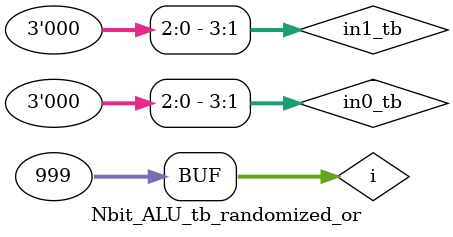
<source format=v>
module Nbit_ALU_tb_randomized_or();
parameter N_width_tb = 4;
parameter OPCODE_tb = 1;

reg [N_width_tb-1:0] in0_tb , in1_tb , out_exp; 
wire [N_width_tb-1:0] out_tb;

Nbit_ALU #(.N_width(N_width_tb), .OPCODE(OPCODE_tb)) DUT (out_tb , in0_tb , in1_tb);

//opcode = 1
integer i;
initial begin
  for(i=0; i<999; i=i+1)begin
    in0_tb= $random;
    in1_tb= $random;
    out_exp= in0_tb | in1_tb; 
    #10;
    if(out_tb != out_exp)begin
        $display("error-ALU in OR");
    end
  end
  $display("No errors found in OR");
end

endmodule
</source>
